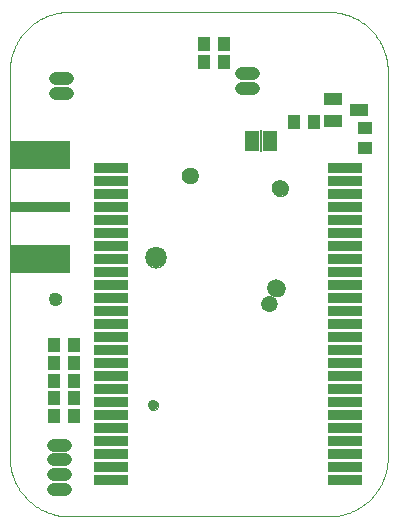
<source format=gbs>
G75*
%MOIN*%
%OFA0B0*%
%FSLAX25Y25*%
%IPPOS*%
%LPD*%
%AMOC8*
5,1,8,0,0,1.08239X$1,22.5*
%
%ADD10C,0.00000*%
%ADD11R,0.20400X0.03550*%
%ADD12R,0.20400X0.09400*%
%ADD13C,0.04369*%
%ADD14R,0.04337X0.04731*%
%ADD15R,0.04731X0.04337*%
%ADD16R,0.11811X0.03543*%
%ADD17C,0.05557*%
%ADD18C,0.05479*%
%ADD19C,0.07093*%
%ADD20C,0.05912*%
%ADD21C,0.05282*%
%ADD22C,0.03550*%
%ADD23C,0.04337*%
%ADD24R,0.05000X0.06700*%
%ADD25R,0.00600X0.07200*%
%ADD26R,0.05912X0.04337*%
D10*
X0114340Y0151282D02*
X0114340Y0280022D01*
X0114346Y0280498D01*
X0114363Y0280973D01*
X0114392Y0281448D01*
X0114432Y0281922D01*
X0114484Y0282395D01*
X0114547Y0282866D01*
X0114621Y0283336D01*
X0114707Y0283804D01*
X0114804Y0284270D01*
X0114912Y0284733D01*
X0115031Y0285193D01*
X0115162Y0285651D01*
X0115303Y0286105D01*
X0115456Y0286556D01*
X0115619Y0287002D01*
X0115793Y0287445D01*
X0115978Y0287883D01*
X0116173Y0288317D01*
X0116379Y0288746D01*
X0116595Y0289170D01*
X0116821Y0289589D01*
X0117057Y0290002D01*
X0117303Y0290409D01*
X0117559Y0290810D01*
X0117825Y0291204D01*
X0118100Y0291593D01*
X0118384Y0291974D01*
X0118677Y0292348D01*
X0118979Y0292716D01*
X0119291Y0293076D01*
X0119610Y0293428D01*
X0119938Y0293772D01*
X0120275Y0294109D01*
X0120619Y0294437D01*
X0120971Y0294756D01*
X0121331Y0295068D01*
X0121699Y0295370D01*
X0122073Y0295663D01*
X0122454Y0295947D01*
X0122843Y0296222D01*
X0123237Y0296488D01*
X0123638Y0296744D01*
X0124045Y0296990D01*
X0124458Y0297226D01*
X0124877Y0297452D01*
X0125301Y0297668D01*
X0125730Y0297874D01*
X0126164Y0298069D01*
X0126602Y0298254D01*
X0127045Y0298428D01*
X0127491Y0298591D01*
X0127942Y0298744D01*
X0128396Y0298885D01*
X0128854Y0299016D01*
X0129314Y0299135D01*
X0129777Y0299243D01*
X0130243Y0299340D01*
X0130711Y0299426D01*
X0131181Y0299500D01*
X0131652Y0299563D01*
X0132125Y0299615D01*
X0132599Y0299655D01*
X0133074Y0299684D01*
X0133549Y0299701D01*
X0134025Y0299707D01*
X0220639Y0299707D01*
X0221115Y0299701D01*
X0221590Y0299684D01*
X0222065Y0299655D01*
X0222539Y0299615D01*
X0223012Y0299563D01*
X0223483Y0299500D01*
X0223953Y0299426D01*
X0224421Y0299340D01*
X0224887Y0299243D01*
X0225350Y0299135D01*
X0225810Y0299016D01*
X0226268Y0298885D01*
X0226722Y0298744D01*
X0227173Y0298591D01*
X0227619Y0298428D01*
X0228062Y0298254D01*
X0228500Y0298069D01*
X0228934Y0297874D01*
X0229363Y0297668D01*
X0229787Y0297452D01*
X0230206Y0297226D01*
X0230619Y0296990D01*
X0231026Y0296744D01*
X0231427Y0296488D01*
X0231821Y0296222D01*
X0232210Y0295947D01*
X0232591Y0295663D01*
X0232965Y0295370D01*
X0233333Y0295068D01*
X0233693Y0294756D01*
X0234045Y0294437D01*
X0234389Y0294109D01*
X0234726Y0293772D01*
X0235054Y0293428D01*
X0235373Y0293076D01*
X0235685Y0292716D01*
X0235987Y0292348D01*
X0236280Y0291974D01*
X0236564Y0291593D01*
X0236839Y0291204D01*
X0237105Y0290810D01*
X0237361Y0290409D01*
X0237607Y0290002D01*
X0237843Y0289589D01*
X0238069Y0289170D01*
X0238285Y0288746D01*
X0238491Y0288317D01*
X0238686Y0287883D01*
X0238871Y0287445D01*
X0239045Y0287002D01*
X0239208Y0286556D01*
X0239361Y0286105D01*
X0239502Y0285651D01*
X0239633Y0285193D01*
X0239752Y0284733D01*
X0239860Y0284270D01*
X0239957Y0283804D01*
X0240043Y0283336D01*
X0240117Y0282866D01*
X0240180Y0282395D01*
X0240232Y0281922D01*
X0240272Y0281448D01*
X0240301Y0280973D01*
X0240318Y0280498D01*
X0240324Y0280022D01*
X0240324Y0151282D01*
X0240318Y0150806D01*
X0240301Y0150331D01*
X0240272Y0149856D01*
X0240232Y0149382D01*
X0240180Y0148909D01*
X0240117Y0148438D01*
X0240043Y0147968D01*
X0239957Y0147500D01*
X0239860Y0147034D01*
X0239752Y0146571D01*
X0239633Y0146111D01*
X0239502Y0145653D01*
X0239361Y0145199D01*
X0239208Y0144748D01*
X0239045Y0144302D01*
X0238871Y0143859D01*
X0238686Y0143421D01*
X0238491Y0142987D01*
X0238285Y0142558D01*
X0238069Y0142134D01*
X0237843Y0141715D01*
X0237607Y0141302D01*
X0237361Y0140895D01*
X0237105Y0140494D01*
X0236839Y0140100D01*
X0236564Y0139711D01*
X0236280Y0139330D01*
X0235987Y0138956D01*
X0235685Y0138588D01*
X0235373Y0138228D01*
X0235054Y0137876D01*
X0234726Y0137532D01*
X0234389Y0137195D01*
X0234045Y0136867D01*
X0233693Y0136548D01*
X0233333Y0136236D01*
X0232965Y0135934D01*
X0232591Y0135641D01*
X0232210Y0135357D01*
X0231821Y0135082D01*
X0231427Y0134816D01*
X0231026Y0134560D01*
X0230619Y0134314D01*
X0230206Y0134078D01*
X0229787Y0133852D01*
X0229363Y0133636D01*
X0228934Y0133430D01*
X0228500Y0133235D01*
X0228062Y0133050D01*
X0227619Y0132876D01*
X0227173Y0132713D01*
X0226722Y0132560D01*
X0226268Y0132419D01*
X0225810Y0132288D01*
X0225350Y0132169D01*
X0224887Y0132061D01*
X0224421Y0131964D01*
X0223953Y0131878D01*
X0223483Y0131804D01*
X0223012Y0131741D01*
X0222539Y0131689D01*
X0222065Y0131649D01*
X0221590Y0131620D01*
X0221115Y0131603D01*
X0220639Y0131597D01*
X0134025Y0131597D01*
X0133549Y0131603D01*
X0133074Y0131620D01*
X0132599Y0131649D01*
X0132125Y0131689D01*
X0131652Y0131741D01*
X0131181Y0131804D01*
X0130711Y0131878D01*
X0130243Y0131964D01*
X0129777Y0132061D01*
X0129314Y0132169D01*
X0128854Y0132288D01*
X0128396Y0132419D01*
X0127942Y0132560D01*
X0127491Y0132713D01*
X0127045Y0132876D01*
X0126602Y0133050D01*
X0126164Y0133235D01*
X0125730Y0133430D01*
X0125301Y0133636D01*
X0124877Y0133852D01*
X0124458Y0134078D01*
X0124045Y0134314D01*
X0123638Y0134560D01*
X0123237Y0134816D01*
X0122843Y0135082D01*
X0122454Y0135357D01*
X0122073Y0135641D01*
X0121699Y0135934D01*
X0121331Y0136236D01*
X0120971Y0136548D01*
X0120619Y0136867D01*
X0120275Y0137195D01*
X0119938Y0137532D01*
X0119610Y0137876D01*
X0119291Y0138228D01*
X0118979Y0138588D01*
X0118677Y0138956D01*
X0118384Y0139330D01*
X0118100Y0139711D01*
X0117825Y0140100D01*
X0117559Y0140494D01*
X0117303Y0140895D01*
X0117057Y0141302D01*
X0116821Y0141715D01*
X0116595Y0142134D01*
X0116379Y0142558D01*
X0116173Y0142987D01*
X0115978Y0143421D01*
X0115793Y0143859D01*
X0115619Y0144302D01*
X0115456Y0144748D01*
X0115303Y0145199D01*
X0115162Y0145653D01*
X0115031Y0146111D01*
X0114912Y0146571D01*
X0114804Y0147034D01*
X0114707Y0147500D01*
X0114621Y0147968D01*
X0114547Y0148438D01*
X0114484Y0148909D01*
X0114432Y0149382D01*
X0114392Y0149856D01*
X0114363Y0150331D01*
X0114346Y0150806D01*
X0114340Y0151282D01*
X0127528Y0204038D02*
X0127530Y0204126D01*
X0127536Y0204214D01*
X0127546Y0204302D01*
X0127560Y0204390D01*
X0127577Y0204476D01*
X0127599Y0204562D01*
X0127624Y0204646D01*
X0127654Y0204730D01*
X0127686Y0204812D01*
X0127723Y0204892D01*
X0127763Y0204971D01*
X0127807Y0205048D01*
X0127854Y0205123D01*
X0127904Y0205195D01*
X0127958Y0205266D01*
X0128014Y0205333D01*
X0128074Y0205399D01*
X0128136Y0205461D01*
X0128202Y0205521D01*
X0128269Y0205577D01*
X0128340Y0205631D01*
X0128412Y0205681D01*
X0128487Y0205728D01*
X0128564Y0205772D01*
X0128643Y0205812D01*
X0128723Y0205849D01*
X0128805Y0205881D01*
X0128889Y0205911D01*
X0128973Y0205936D01*
X0129059Y0205958D01*
X0129145Y0205975D01*
X0129233Y0205989D01*
X0129321Y0205999D01*
X0129409Y0206005D01*
X0129497Y0206007D01*
X0129585Y0206005D01*
X0129673Y0205999D01*
X0129761Y0205989D01*
X0129849Y0205975D01*
X0129935Y0205958D01*
X0130021Y0205936D01*
X0130105Y0205911D01*
X0130189Y0205881D01*
X0130271Y0205849D01*
X0130351Y0205812D01*
X0130430Y0205772D01*
X0130507Y0205728D01*
X0130582Y0205681D01*
X0130654Y0205631D01*
X0130725Y0205577D01*
X0130792Y0205521D01*
X0130858Y0205461D01*
X0130920Y0205399D01*
X0130980Y0205333D01*
X0131036Y0205266D01*
X0131090Y0205195D01*
X0131140Y0205123D01*
X0131187Y0205048D01*
X0131231Y0204971D01*
X0131271Y0204892D01*
X0131308Y0204812D01*
X0131340Y0204730D01*
X0131370Y0204646D01*
X0131395Y0204562D01*
X0131417Y0204476D01*
X0131434Y0204390D01*
X0131448Y0204302D01*
X0131458Y0204214D01*
X0131464Y0204126D01*
X0131466Y0204038D01*
X0131464Y0203950D01*
X0131458Y0203862D01*
X0131448Y0203774D01*
X0131434Y0203686D01*
X0131417Y0203600D01*
X0131395Y0203514D01*
X0131370Y0203430D01*
X0131340Y0203346D01*
X0131308Y0203264D01*
X0131271Y0203184D01*
X0131231Y0203105D01*
X0131187Y0203028D01*
X0131140Y0202953D01*
X0131090Y0202881D01*
X0131036Y0202810D01*
X0130980Y0202743D01*
X0130920Y0202677D01*
X0130858Y0202615D01*
X0130792Y0202555D01*
X0130725Y0202499D01*
X0130654Y0202445D01*
X0130582Y0202395D01*
X0130507Y0202348D01*
X0130430Y0202304D01*
X0130351Y0202264D01*
X0130271Y0202227D01*
X0130189Y0202195D01*
X0130105Y0202165D01*
X0130021Y0202140D01*
X0129935Y0202118D01*
X0129849Y0202101D01*
X0129761Y0202087D01*
X0129673Y0202077D01*
X0129585Y0202071D01*
X0129497Y0202069D01*
X0129409Y0202071D01*
X0129321Y0202077D01*
X0129233Y0202087D01*
X0129145Y0202101D01*
X0129059Y0202118D01*
X0128973Y0202140D01*
X0128889Y0202165D01*
X0128805Y0202195D01*
X0128723Y0202227D01*
X0128643Y0202264D01*
X0128564Y0202304D01*
X0128487Y0202348D01*
X0128412Y0202395D01*
X0128340Y0202445D01*
X0128269Y0202499D01*
X0128202Y0202555D01*
X0128136Y0202615D01*
X0128074Y0202677D01*
X0128014Y0202743D01*
X0127958Y0202810D01*
X0127904Y0202881D01*
X0127854Y0202953D01*
X0127807Y0203028D01*
X0127763Y0203105D01*
X0127723Y0203184D01*
X0127686Y0203264D01*
X0127654Y0203346D01*
X0127624Y0203430D01*
X0127599Y0203514D01*
X0127577Y0203600D01*
X0127560Y0203686D01*
X0127546Y0203774D01*
X0127536Y0203862D01*
X0127530Y0203950D01*
X0127528Y0204038D01*
X0114340Y0212747D02*
X0114340Y0256747D01*
X0159576Y0217896D02*
X0159578Y0218011D01*
X0159584Y0218127D01*
X0159594Y0218242D01*
X0159608Y0218357D01*
X0159626Y0218471D01*
X0159648Y0218584D01*
X0159673Y0218697D01*
X0159703Y0218808D01*
X0159736Y0218919D01*
X0159773Y0219028D01*
X0159814Y0219136D01*
X0159859Y0219243D01*
X0159907Y0219348D01*
X0159959Y0219451D01*
X0160015Y0219552D01*
X0160074Y0219652D01*
X0160136Y0219749D01*
X0160202Y0219844D01*
X0160270Y0219937D01*
X0160342Y0220027D01*
X0160417Y0220115D01*
X0160496Y0220200D01*
X0160577Y0220282D01*
X0160660Y0220362D01*
X0160747Y0220438D01*
X0160836Y0220512D01*
X0160927Y0220582D01*
X0161021Y0220650D01*
X0161117Y0220714D01*
X0161216Y0220774D01*
X0161316Y0220831D01*
X0161418Y0220885D01*
X0161522Y0220935D01*
X0161628Y0220982D01*
X0161735Y0221025D01*
X0161844Y0221064D01*
X0161954Y0221099D01*
X0162065Y0221130D01*
X0162177Y0221158D01*
X0162290Y0221182D01*
X0162404Y0221202D01*
X0162519Y0221218D01*
X0162634Y0221230D01*
X0162749Y0221238D01*
X0162864Y0221242D01*
X0162980Y0221242D01*
X0163095Y0221238D01*
X0163210Y0221230D01*
X0163325Y0221218D01*
X0163440Y0221202D01*
X0163554Y0221182D01*
X0163667Y0221158D01*
X0163779Y0221130D01*
X0163890Y0221099D01*
X0164000Y0221064D01*
X0164109Y0221025D01*
X0164216Y0220982D01*
X0164322Y0220935D01*
X0164426Y0220885D01*
X0164528Y0220831D01*
X0164628Y0220774D01*
X0164727Y0220714D01*
X0164823Y0220650D01*
X0164917Y0220582D01*
X0165008Y0220512D01*
X0165097Y0220438D01*
X0165184Y0220362D01*
X0165267Y0220282D01*
X0165348Y0220200D01*
X0165427Y0220115D01*
X0165502Y0220027D01*
X0165574Y0219937D01*
X0165642Y0219844D01*
X0165708Y0219749D01*
X0165770Y0219652D01*
X0165829Y0219552D01*
X0165885Y0219451D01*
X0165937Y0219348D01*
X0165985Y0219243D01*
X0166030Y0219136D01*
X0166071Y0219028D01*
X0166108Y0218919D01*
X0166141Y0218808D01*
X0166171Y0218697D01*
X0166196Y0218584D01*
X0166218Y0218471D01*
X0166236Y0218357D01*
X0166250Y0218242D01*
X0166260Y0218127D01*
X0166266Y0218011D01*
X0166268Y0217896D01*
X0166266Y0217781D01*
X0166260Y0217665D01*
X0166250Y0217550D01*
X0166236Y0217435D01*
X0166218Y0217321D01*
X0166196Y0217208D01*
X0166171Y0217095D01*
X0166141Y0216984D01*
X0166108Y0216873D01*
X0166071Y0216764D01*
X0166030Y0216656D01*
X0165985Y0216549D01*
X0165937Y0216444D01*
X0165885Y0216341D01*
X0165829Y0216240D01*
X0165770Y0216140D01*
X0165708Y0216043D01*
X0165642Y0215948D01*
X0165574Y0215855D01*
X0165502Y0215765D01*
X0165427Y0215677D01*
X0165348Y0215592D01*
X0165267Y0215510D01*
X0165184Y0215430D01*
X0165097Y0215354D01*
X0165008Y0215280D01*
X0164917Y0215210D01*
X0164823Y0215142D01*
X0164727Y0215078D01*
X0164628Y0215018D01*
X0164528Y0214961D01*
X0164426Y0214907D01*
X0164322Y0214857D01*
X0164216Y0214810D01*
X0164109Y0214767D01*
X0164000Y0214728D01*
X0163890Y0214693D01*
X0163779Y0214662D01*
X0163667Y0214634D01*
X0163554Y0214610D01*
X0163440Y0214590D01*
X0163325Y0214574D01*
X0163210Y0214562D01*
X0163095Y0214554D01*
X0162980Y0214550D01*
X0162864Y0214550D01*
X0162749Y0214554D01*
X0162634Y0214562D01*
X0162519Y0214574D01*
X0162404Y0214590D01*
X0162290Y0214610D01*
X0162177Y0214634D01*
X0162065Y0214662D01*
X0161954Y0214693D01*
X0161844Y0214728D01*
X0161735Y0214767D01*
X0161628Y0214810D01*
X0161522Y0214857D01*
X0161418Y0214907D01*
X0161316Y0214961D01*
X0161216Y0215018D01*
X0161117Y0215078D01*
X0161021Y0215142D01*
X0160927Y0215210D01*
X0160836Y0215280D01*
X0160747Y0215354D01*
X0160660Y0215430D01*
X0160577Y0215510D01*
X0160496Y0215592D01*
X0160417Y0215677D01*
X0160342Y0215765D01*
X0160270Y0215855D01*
X0160202Y0215948D01*
X0160136Y0216043D01*
X0160074Y0216140D01*
X0160015Y0216240D01*
X0159959Y0216341D01*
X0159907Y0216444D01*
X0159859Y0216549D01*
X0159814Y0216656D01*
X0159773Y0216764D01*
X0159736Y0216873D01*
X0159703Y0216984D01*
X0159673Y0217095D01*
X0159648Y0217208D01*
X0159626Y0217321D01*
X0159608Y0217435D01*
X0159594Y0217550D01*
X0159584Y0217665D01*
X0159578Y0217781D01*
X0159576Y0217896D01*
X0171919Y0245219D02*
X0171921Y0245319D01*
X0171927Y0245419D01*
X0171937Y0245519D01*
X0171951Y0245619D01*
X0171968Y0245717D01*
X0171990Y0245815D01*
X0172016Y0245912D01*
X0172045Y0246008D01*
X0172078Y0246103D01*
X0172115Y0246196D01*
X0172155Y0246288D01*
X0172199Y0246378D01*
X0172247Y0246467D01*
X0172298Y0246553D01*
X0172352Y0246637D01*
X0172410Y0246719D01*
X0172471Y0246799D01*
X0172535Y0246877D01*
X0172602Y0246951D01*
X0172672Y0247023D01*
X0172744Y0247092D01*
X0172820Y0247159D01*
X0172897Y0247222D01*
X0172978Y0247282D01*
X0173060Y0247339D01*
X0173145Y0247392D01*
X0173232Y0247442D01*
X0173321Y0247489D01*
X0173412Y0247532D01*
X0173504Y0247572D01*
X0173597Y0247608D01*
X0173693Y0247640D01*
X0173789Y0247668D01*
X0173886Y0247693D01*
X0173984Y0247713D01*
X0174083Y0247730D01*
X0174183Y0247743D01*
X0174283Y0247752D01*
X0174383Y0247757D01*
X0174483Y0247758D01*
X0174583Y0247755D01*
X0174683Y0247748D01*
X0174783Y0247737D01*
X0174882Y0247722D01*
X0174981Y0247704D01*
X0175079Y0247681D01*
X0175176Y0247655D01*
X0175271Y0247624D01*
X0175366Y0247590D01*
X0175459Y0247553D01*
X0175550Y0247511D01*
X0175640Y0247466D01*
X0175728Y0247418D01*
X0175813Y0247366D01*
X0175897Y0247311D01*
X0175979Y0247252D01*
X0176058Y0247191D01*
X0176134Y0247126D01*
X0176208Y0247058D01*
X0176280Y0246988D01*
X0176348Y0246914D01*
X0176414Y0246838D01*
X0176476Y0246760D01*
X0176535Y0246679D01*
X0176591Y0246596D01*
X0176644Y0246510D01*
X0176693Y0246423D01*
X0176739Y0246334D01*
X0176782Y0246243D01*
X0176820Y0246150D01*
X0176855Y0246056D01*
X0176886Y0245961D01*
X0176914Y0245864D01*
X0176937Y0245766D01*
X0176957Y0245668D01*
X0176973Y0245569D01*
X0176985Y0245469D01*
X0176993Y0245369D01*
X0176997Y0245269D01*
X0176997Y0245169D01*
X0176993Y0245069D01*
X0176985Y0244969D01*
X0176973Y0244869D01*
X0176957Y0244770D01*
X0176937Y0244672D01*
X0176914Y0244574D01*
X0176886Y0244477D01*
X0176855Y0244382D01*
X0176820Y0244288D01*
X0176782Y0244195D01*
X0176739Y0244104D01*
X0176693Y0244015D01*
X0176644Y0243928D01*
X0176591Y0243842D01*
X0176535Y0243759D01*
X0176476Y0243678D01*
X0176414Y0243600D01*
X0176348Y0243524D01*
X0176280Y0243450D01*
X0176208Y0243380D01*
X0176134Y0243312D01*
X0176058Y0243247D01*
X0175979Y0243186D01*
X0175897Y0243127D01*
X0175813Y0243072D01*
X0175727Y0243020D01*
X0175640Y0242972D01*
X0175550Y0242927D01*
X0175459Y0242885D01*
X0175366Y0242848D01*
X0175271Y0242814D01*
X0175176Y0242783D01*
X0175079Y0242757D01*
X0174981Y0242734D01*
X0174882Y0242716D01*
X0174783Y0242701D01*
X0174683Y0242690D01*
X0174583Y0242683D01*
X0174483Y0242680D01*
X0174383Y0242681D01*
X0174283Y0242686D01*
X0174183Y0242695D01*
X0174083Y0242708D01*
X0173984Y0242725D01*
X0173886Y0242745D01*
X0173789Y0242770D01*
X0173693Y0242798D01*
X0173597Y0242830D01*
X0173504Y0242866D01*
X0173412Y0242906D01*
X0173321Y0242949D01*
X0173232Y0242996D01*
X0173145Y0243046D01*
X0173060Y0243099D01*
X0172978Y0243156D01*
X0172897Y0243216D01*
X0172820Y0243279D01*
X0172744Y0243346D01*
X0172672Y0243415D01*
X0172602Y0243487D01*
X0172535Y0243561D01*
X0172471Y0243639D01*
X0172410Y0243719D01*
X0172352Y0243801D01*
X0172298Y0243885D01*
X0172247Y0243971D01*
X0172199Y0244060D01*
X0172155Y0244150D01*
X0172115Y0244242D01*
X0172078Y0244335D01*
X0172045Y0244430D01*
X0172016Y0244526D01*
X0171990Y0244623D01*
X0171968Y0244721D01*
X0171951Y0244819D01*
X0171937Y0244919D01*
X0171927Y0245019D01*
X0171921Y0245119D01*
X0171919Y0245219D01*
X0201879Y0240967D02*
X0201881Y0241068D01*
X0201887Y0241169D01*
X0201897Y0241270D01*
X0201911Y0241370D01*
X0201929Y0241470D01*
X0201950Y0241569D01*
X0201976Y0241667D01*
X0202005Y0241764D01*
X0202038Y0241860D01*
X0202075Y0241954D01*
X0202116Y0242047D01*
X0202160Y0242138D01*
X0202208Y0242227D01*
X0202259Y0242315D01*
X0202314Y0242400D01*
X0202372Y0242483D01*
X0202433Y0242564D01*
X0202497Y0242642D01*
X0202564Y0242718D01*
X0202634Y0242791D01*
X0202707Y0242861D01*
X0202783Y0242928D01*
X0202861Y0242992D01*
X0202942Y0243053D01*
X0203025Y0243111D01*
X0203110Y0243166D01*
X0203198Y0243217D01*
X0203287Y0243265D01*
X0203378Y0243309D01*
X0203471Y0243350D01*
X0203565Y0243387D01*
X0203661Y0243420D01*
X0203758Y0243449D01*
X0203856Y0243475D01*
X0203955Y0243496D01*
X0204055Y0243514D01*
X0204155Y0243528D01*
X0204256Y0243538D01*
X0204357Y0243544D01*
X0204458Y0243546D01*
X0204559Y0243544D01*
X0204660Y0243538D01*
X0204761Y0243528D01*
X0204861Y0243514D01*
X0204961Y0243496D01*
X0205060Y0243475D01*
X0205158Y0243449D01*
X0205255Y0243420D01*
X0205351Y0243387D01*
X0205445Y0243350D01*
X0205538Y0243309D01*
X0205629Y0243265D01*
X0205718Y0243217D01*
X0205806Y0243166D01*
X0205891Y0243111D01*
X0205974Y0243053D01*
X0206055Y0242992D01*
X0206133Y0242928D01*
X0206209Y0242861D01*
X0206282Y0242791D01*
X0206352Y0242718D01*
X0206419Y0242642D01*
X0206483Y0242564D01*
X0206544Y0242483D01*
X0206602Y0242400D01*
X0206657Y0242315D01*
X0206708Y0242227D01*
X0206756Y0242138D01*
X0206800Y0242047D01*
X0206841Y0241954D01*
X0206878Y0241860D01*
X0206911Y0241764D01*
X0206940Y0241667D01*
X0206966Y0241569D01*
X0206987Y0241470D01*
X0207005Y0241370D01*
X0207019Y0241270D01*
X0207029Y0241169D01*
X0207035Y0241068D01*
X0207037Y0240967D01*
X0207035Y0240866D01*
X0207029Y0240765D01*
X0207019Y0240664D01*
X0207005Y0240564D01*
X0206987Y0240464D01*
X0206966Y0240365D01*
X0206940Y0240267D01*
X0206911Y0240170D01*
X0206878Y0240074D01*
X0206841Y0239980D01*
X0206800Y0239887D01*
X0206756Y0239796D01*
X0206708Y0239707D01*
X0206657Y0239619D01*
X0206602Y0239534D01*
X0206544Y0239451D01*
X0206483Y0239370D01*
X0206419Y0239292D01*
X0206352Y0239216D01*
X0206282Y0239143D01*
X0206209Y0239073D01*
X0206133Y0239006D01*
X0206055Y0238942D01*
X0205974Y0238881D01*
X0205891Y0238823D01*
X0205806Y0238768D01*
X0205718Y0238717D01*
X0205629Y0238669D01*
X0205538Y0238625D01*
X0205445Y0238584D01*
X0205351Y0238547D01*
X0205255Y0238514D01*
X0205158Y0238485D01*
X0205060Y0238459D01*
X0204961Y0238438D01*
X0204861Y0238420D01*
X0204761Y0238406D01*
X0204660Y0238396D01*
X0204559Y0238390D01*
X0204458Y0238388D01*
X0204357Y0238390D01*
X0204256Y0238396D01*
X0204155Y0238406D01*
X0204055Y0238420D01*
X0203955Y0238438D01*
X0203856Y0238459D01*
X0203758Y0238485D01*
X0203661Y0238514D01*
X0203565Y0238547D01*
X0203471Y0238584D01*
X0203378Y0238625D01*
X0203287Y0238669D01*
X0203198Y0238717D01*
X0203110Y0238768D01*
X0203025Y0238823D01*
X0202942Y0238881D01*
X0202861Y0238942D01*
X0202783Y0239006D01*
X0202707Y0239073D01*
X0202634Y0239143D01*
X0202564Y0239216D01*
X0202497Y0239292D01*
X0202433Y0239370D01*
X0202372Y0239451D01*
X0202314Y0239534D01*
X0202259Y0239619D01*
X0202208Y0239707D01*
X0202160Y0239796D01*
X0202116Y0239887D01*
X0202075Y0239980D01*
X0202038Y0240074D01*
X0202005Y0240170D01*
X0201976Y0240267D01*
X0201950Y0240365D01*
X0201929Y0240464D01*
X0201911Y0240564D01*
X0201897Y0240664D01*
X0201887Y0240765D01*
X0201881Y0240866D01*
X0201879Y0240967D01*
X0200442Y0207660D02*
X0200444Y0207765D01*
X0200450Y0207870D01*
X0200460Y0207974D01*
X0200474Y0208078D01*
X0200492Y0208182D01*
X0200514Y0208284D01*
X0200539Y0208386D01*
X0200569Y0208487D01*
X0200602Y0208586D01*
X0200639Y0208684D01*
X0200680Y0208781D01*
X0200725Y0208876D01*
X0200773Y0208969D01*
X0200824Y0209061D01*
X0200880Y0209150D01*
X0200938Y0209237D01*
X0201000Y0209322D01*
X0201064Y0209405D01*
X0201132Y0209485D01*
X0201203Y0209562D01*
X0201277Y0209636D01*
X0201354Y0209708D01*
X0201433Y0209777D01*
X0201515Y0209842D01*
X0201599Y0209905D01*
X0201686Y0209964D01*
X0201775Y0210020D01*
X0201866Y0210073D01*
X0201959Y0210122D01*
X0202053Y0210167D01*
X0202149Y0210209D01*
X0202247Y0210247D01*
X0202346Y0210281D01*
X0202447Y0210312D01*
X0202548Y0210338D01*
X0202651Y0210361D01*
X0202754Y0210380D01*
X0202858Y0210395D01*
X0202962Y0210406D01*
X0203067Y0210413D01*
X0203172Y0210416D01*
X0203277Y0210415D01*
X0203382Y0210410D01*
X0203486Y0210401D01*
X0203590Y0210388D01*
X0203694Y0210371D01*
X0203797Y0210350D01*
X0203899Y0210325D01*
X0204000Y0210297D01*
X0204099Y0210264D01*
X0204198Y0210228D01*
X0204295Y0210188D01*
X0204390Y0210145D01*
X0204484Y0210097D01*
X0204576Y0210047D01*
X0204666Y0209993D01*
X0204754Y0209935D01*
X0204839Y0209874D01*
X0204922Y0209810D01*
X0205003Y0209743D01*
X0205081Y0209673D01*
X0205156Y0209599D01*
X0205228Y0209524D01*
X0205298Y0209445D01*
X0205364Y0209364D01*
X0205428Y0209280D01*
X0205488Y0209194D01*
X0205544Y0209106D01*
X0205598Y0209015D01*
X0205648Y0208923D01*
X0205694Y0208829D01*
X0205737Y0208733D01*
X0205776Y0208635D01*
X0205811Y0208537D01*
X0205842Y0208436D01*
X0205870Y0208335D01*
X0205894Y0208233D01*
X0205914Y0208130D01*
X0205930Y0208026D01*
X0205942Y0207922D01*
X0205950Y0207817D01*
X0205954Y0207712D01*
X0205954Y0207608D01*
X0205950Y0207503D01*
X0205942Y0207398D01*
X0205930Y0207294D01*
X0205914Y0207190D01*
X0205894Y0207087D01*
X0205870Y0206985D01*
X0205842Y0206884D01*
X0205811Y0206783D01*
X0205776Y0206685D01*
X0205737Y0206587D01*
X0205694Y0206491D01*
X0205648Y0206397D01*
X0205598Y0206305D01*
X0205544Y0206214D01*
X0205488Y0206126D01*
X0205428Y0206040D01*
X0205364Y0205956D01*
X0205298Y0205875D01*
X0205228Y0205796D01*
X0205156Y0205721D01*
X0205081Y0205647D01*
X0205003Y0205577D01*
X0204922Y0205510D01*
X0204839Y0205446D01*
X0204754Y0205385D01*
X0204666Y0205327D01*
X0204576Y0205273D01*
X0204484Y0205223D01*
X0204390Y0205175D01*
X0204295Y0205132D01*
X0204198Y0205092D01*
X0204099Y0205056D01*
X0204000Y0205023D01*
X0203899Y0204995D01*
X0203797Y0204970D01*
X0203694Y0204949D01*
X0203590Y0204932D01*
X0203486Y0204919D01*
X0203382Y0204910D01*
X0203277Y0204905D01*
X0203172Y0204904D01*
X0203067Y0204907D01*
X0202962Y0204914D01*
X0202858Y0204925D01*
X0202754Y0204940D01*
X0202651Y0204959D01*
X0202548Y0204982D01*
X0202447Y0205008D01*
X0202346Y0205039D01*
X0202247Y0205073D01*
X0202149Y0205111D01*
X0202053Y0205153D01*
X0201959Y0205198D01*
X0201866Y0205247D01*
X0201775Y0205300D01*
X0201686Y0205356D01*
X0201599Y0205415D01*
X0201515Y0205478D01*
X0201433Y0205543D01*
X0201354Y0205612D01*
X0201277Y0205684D01*
X0201203Y0205758D01*
X0201132Y0205835D01*
X0201064Y0205915D01*
X0201000Y0205998D01*
X0200938Y0206083D01*
X0200880Y0206170D01*
X0200824Y0206259D01*
X0200773Y0206351D01*
X0200725Y0206444D01*
X0200680Y0206539D01*
X0200639Y0206636D01*
X0200602Y0206734D01*
X0200569Y0206833D01*
X0200539Y0206934D01*
X0200514Y0207036D01*
X0200492Y0207138D01*
X0200474Y0207242D01*
X0200460Y0207346D01*
X0200450Y0207450D01*
X0200444Y0207555D01*
X0200442Y0207660D01*
X0198395Y0202542D02*
X0198397Y0202640D01*
X0198403Y0202738D01*
X0198413Y0202836D01*
X0198427Y0202934D01*
X0198444Y0203030D01*
X0198466Y0203126D01*
X0198491Y0203221D01*
X0198521Y0203315D01*
X0198554Y0203408D01*
X0198590Y0203499D01*
X0198631Y0203588D01*
X0198675Y0203676D01*
X0198722Y0203762D01*
X0198773Y0203847D01*
X0198827Y0203929D01*
X0198885Y0204008D01*
X0198945Y0204086D01*
X0199009Y0204161D01*
X0199076Y0204233D01*
X0199145Y0204302D01*
X0199217Y0204369D01*
X0199292Y0204433D01*
X0199370Y0204493D01*
X0199449Y0204551D01*
X0199531Y0204605D01*
X0199615Y0204656D01*
X0199702Y0204703D01*
X0199790Y0204747D01*
X0199879Y0204788D01*
X0199970Y0204824D01*
X0200063Y0204857D01*
X0200157Y0204887D01*
X0200252Y0204912D01*
X0200348Y0204934D01*
X0200444Y0204951D01*
X0200542Y0204965D01*
X0200640Y0204975D01*
X0200738Y0204981D01*
X0200836Y0204983D01*
X0200934Y0204981D01*
X0201032Y0204975D01*
X0201130Y0204965D01*
X0201228Y0204951D01*
X0201324Y0204934D01*
X0201420Y0204912D01*
X0201515Y0204887D01*
X0201609Y0204857D01*
X0201702Y0204824D01*
X0201793Y0204788D01*
X0201882Y0204747D01*
X0201970Y0204703D01*
X0202056Y0204656D01*
X0202141Y0204605D01*
X0202223Y0204551D01*
X0202302Y0204493D01*
X0202380Y0204433D01*
X0202455Y0204369D01*
X0202527Y0204302D01*
X0202596Y0204233D01*
X0202663Y0204161D01*
X0202727Y0204086D01*
X0202787Y0204008D01*
X0202845Y0203929D01*
X0202899Y0203847D01*
X0202950Y0203763D01*
X0202997Y0203676D01*
X0203041Y0203588D01*
X0203082Y0203499D01*
X0203118Y0203408D01*
X0203151Y0203315D01*
X0203181Y0203221D01*
X0203206Y0203126D01*
X0203228Y0203030D01*
X0203245Y0202934D01*
X0203259Y0202836D01*
X0203269Y0202738D01*
X0203275Y0202640D01*
X0203277Y0202542D01*
X0203275Y0202444D01*
X0203269Y0202346D01*
X0203259Y0202248D01*
X0203245Y0202150D01*
X0203228Y0202054D01*
X0203206Y0201958D01*
X0203181Y0201863D01*
X0203151Y0201769D01*
X0203118Y0201676D01*
X0203082Y0201585D01*
X0203041Y0201496D01*
X0202997Y0201408D01*
X0202950Y0201322D01*
X0202899Y0201237D01*
X0202845Y0201155D01*
X0202787Y0201076D01*
X0202727Y0200998D01*
X0202663Y0200923D01*
X0202596Y0200851D01*
X0202527Y0200782D01*
X0202455Y0200715D01*
X0202380Y0200651D01*
X0202302Y0200591D01*
X0202223Y0200533D01*
X0202141Y0200479D01*
X0202057Y0200428D01*
X0201970Y0200381D01*
X0201882Y0200337D01*
X0201793Y0200296D01*
X0201702Y0200260D01*
X0201609Y0200227D01*
X0201515Y0200197D01*
X0201420Y0200172D01*
X0201324Y0200150D01*
X0201228Y0200133D01*
X0201130Y0200119D01*
X0201032Y0200109D01*
X0200934Y0200103D01*
X0200836Y0200101D01*
X0200738Y0200103D01*
X0200640Y0200109D01*
X0200542Y0200119D01*
X0200444Y0200133D01*
X0200348Y0200150D01*
X0200252Y0200172D01*
X0200157Y0200197D01*
X0200063Y0200227D01*
X0199970Y0200260D01*
X0199879Y0200296D01*
X0199790Y0200337D01*
X0199702Y0200381D01*
X0199616Y0200428D01*
X0199531Y0200479D01*
X0199449Y0200533D01*
X0199370Y0200591D01*
X0199292Y0200651D01*
X0199217Y0200715D01*
X0199145Y0200782D01*
X0199076Y0200851D01*
X0199009Y0200923D01*
X0198945Y0200998D01*
X0198885Y0201076D01*
X0198827Y0201155D01*
X0198773Y0201237D01*
X0198722Y0201321D01*
X0198675Y0201408D01*
X0198631Y0201496D01*
X0198590Y0201585D01*
X0198554Y0201676D01*
X0198521Y0201769D01*
X0198491Y0201863D01*
X0198466Y0201958D01*
X0198444Y0202054D01*
X0198427Y0202150D01*
X0198413Y0202248D01*
X0198403Y0202346D01*
X0198397Y0202444D01*
X0198395Y0202542D01*
X0160599Y0168605D02*
X0160601Y0168684D01*
X0160607Y0168763D01*
X0160617Y0168842D01*
X0160631Y0168920D01*
X0160648Y0168997D01*
X0160670Y0169073D01*
X0160695Y0169148D01*
X0160725Y0169221D01*
X0160757Y0169293D01*
X0160794Y0169364D01*
X0160834Y0169432D01*
X0160877Y0169498D01*
X0160923Y0169562D01*
X0160973Y0169624D01*
X0161026Y0169683D01*
X0161081Y0169739D01*
X0161140Y0169793D01*
X0161201Y0169843D01*
X0161264Y0169891D01*
X0161330Y0169935D01*
X0161398Y0169976D01*
X0161468Y0170013D01*
X0161539Y0170047D01*
X0161613Y0170077D01*
X0161687Y0170103D01*
X0161763Y0170125D01*
X0161840Y0170144D01*
X0161918Y0170159D01*
X0161996Y0170170D01*
X0162075Y0170177D01*
X0162154Y0170180D01*
X0162233Y0170179D01*
X0162312Y0170174D01*
X0162391Y0170165D01*
X0162469Y0170152D01*
X0162546Y0170135D01*
X0162623Y0170115D01*
X0162698Y0170090D01*
X0162772Y0170062D01*
X0162845Y0170030D01*
X0162915Y0169995D01*
X0162984Y0169956D01*
X0163051Y0169913D01*
X0163116Y0169867D01*
X0163178Y0169819D01*
X0163238Y0169767D01*
X0163295Y0169712D01*
X0163349Y0169654D01*
X0163400Y0169594D01*
X0163448Y0169531D01*
X0163493Y0169466D01*
X0163535Y0169398D01*
X0163573Y0169329D01*
X0163607Y0169258D01*
X0163638Y0169185D01*
X0163666Y0169110D01*
X0163689Y0169035D01*
X0163709Y0168958D01*
X0163725Y0168881D01*
X0163737Y0168802D01*
X0163745Y0168724D01*
X0163749Y0168645D01*
X0163749Y0168565D01*
X0163745Y0168486D01*
X0163737Y0168408D01*
X0163725Y0168329D01*
X0163709Y0168252D01*
X0163689Y0168175D01*
X0163666Y0168100D01*
X0163638Y0168025D01*
X0163607Y0167952D01*
X0163573Y0167881D01*
X0163535Y0167812D01*
X0163493Y0167744D01*
X0163448Y0167679D01*
X0163400Y0167616D01*
X0163349Y0167556D01*
X0163295Y0167498D01*
X0163238Y0167443D01*
X0163178Y0167391D01*
X0163116Y0167343D01*
X0163051Y0167297D01*
X0162984Y0167254D01*
X0162915Y0167215D01*
X0162845Y0167180D01*
X0162772Y0167148D01*
X0162698Y0167120D01*
X0162623Y0167095D01*
X0162546Y0167075D01*
X0162469Y0167058D01*
X0162391Y0167045D01*
X0162312Y0167036D01*
X0162233Y0167031D01*
X0162154Y0167030D01*
X0162075Y0167033D01*
X0161996Y0167040D01*
X0161918Y0167051D01*
X0161840Y0167066D01*
X0161763Y0167085D01*
X0161687Y0167107D01*
X0161613Y0167133D01*
X0161539Y0167163D01*
X0161468Y0167197D01*
X0161398Y0167234D01*
X0161330Y0167275D01*
X0161264Y0167319D01*
X0161201Y0167367D01*
X0161140Y0167417D01*
X0161081Y0167471D01*
X0161026Y0167527D01*
X0160973Y0167586D01*
X0160923Y0167648D01*
X0160877Y0167712D01*
X0160834Y0167778D01*
X0160794Y0167846D01*
X0160757Y0167917D01*
X0160725Y0167989D01*
X0160695Y0168062D01*
X0160670Y0168137D01*
X0160648Y0168213D01*
X0160631Y0168290D01*
X0160617Y0168368D01*
X0160607Y0168447D01*
X0160601Y0168526D01*
X0160599Y0168605D01*
D11*
X0124440Y0234747D03*
D12*
X0124440Y0252147D03*
X0124440Y0217347D03*
D13*
X0129481Y0272837D02*
X0133450Y0272837D01*
X0133450Y0277758D02*
X0129481Y0277758D01*
X0191292Y0279333D02*
X0195261Y0279333D01*
X0195261Y0274412D02*
X0191292Y0274412D01*
X0132662Y0155514D02*
X0128694Y0155514D01*
X0128694Y0150593D02*
X0132662Y0150593D01*
X0132662Y0145672D02*
X0128694Y0145672D01*
X0128694Y0140750D02*
X0132662Y0140750D01*
D14*
X0135796Y0165061D03*
X0135796Y0170967D03*
X0135796Y0176872D03*
X0135796Y0182778D03*
X0135796Y0188684D03*
X0129103Y0188684D03*
X0129103Y0182778D03*
X0129103Y0176872D03*
X0129103Y0170967D03*
X0129103Y0165061D03*
X0209025Y0263093D03*
X0215718Y0263093D03*
X0185796Y0283172D03*
X0185796Y0289077D03*
X0179103Y0289077D03*
X0179103Y0283172D03*
D15*
X0232844Y0260928D03*
X0232844Y0254235D03*
D16*
X0226151Y0247739D03*
X0226151Y0243408D03*
X0226151Y0239077D03*
X0226151Y0234747D03*
X0226151Y0230416D03*
X0226151Y0226085D03*
X0226151Y0221754D03*
X0226151Y0217424D03*
X0226151Y0213093D03*
X0226151Y0208762D03*
X0226151Y0204432D03*
X0226151Y0200101D03*
X0226151Y0195770D03*
X0226151Y0191439D03*
X0226151Y0187109D03*
X0226151Y0182778D03*
X0226151Y0178447D03*
X0226151Y0174117D03*
X0226151Y0169786D03*
X0226151Y0165455D03*
X0226151Y0161124D03*
X0226151Y0156794D03*
X0226151Y0152463D03*
X0226151Y0148132D03*
X0226151Y0143802D03*
X0148198Y0143802D03*
X0148198Y0148132D03*
X0148198Y0152463D03*
X0148198Y0156794D03*
X0148198Y0161124D03*
X0148198Y0165455D03*
X0148198Y0169786D03*
X0148198Y0174117D03*
X0148198Y0178447D03*
X0148198Y0182778D03*
X0148198Y0187109D03*
X0148198Y0191439D03*
X0148198Y0195770D03*
X0148198Y0200101D03*
X0148198Y0204432D03*
X0148198Y0208762D03*
X0148198Y0213093D03*
X0148198Y0217424D03*
X0148198Y0221754D03*
X0148198Y0226085D03*
X0148198Y0230416D03*
X0148198Y0234747D03*
X0148198Y0239077D03*
X0148198Y0243408D03*
X0148198Y0247739D03*
D17*
X0204458Y0240967D03*
D18*
X0174458Y0245219D03*
D19*
X0162922Y0217896D03*
D20*
X0203198Y0207660D03*
D21*
X0200836Y0202542D03*
D22*
X0162174Y0168605D03*
D23*
X0129497Y0204038D03*
D24*
X0195198Y0256794D03*
X0201198Y0256794D03*
D25*
X0198198Y0256794D03*
D26*
X0222214Y0263290D03*
X0222214Y0270770D03*
X0230875Y0267030D03*
M02*

</source>
